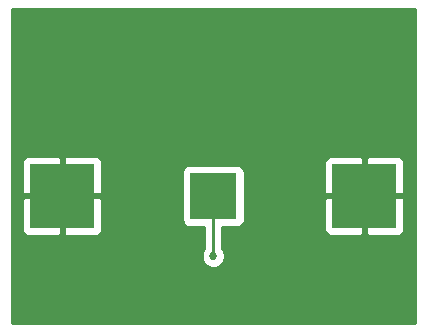
<source format=gbl>
G04 #@! TF.FileFunction,Copper,L2,Bot,Signal*
%FSLAX46Y46*%
G04 Gerber Fmt 4.6, Leading zero omitted, Abs format (unit mm)*
G04 Created by KiCad (PCBNEW 4.0.2-stable) date Sunday, June 19, 2016 'PMt' 09:02:22 PM*
%MOMM*%
G01*
G04 APERTURE LIST*
%ADD10C,0.100000*%
%ADD11R,4.000000X4.000000*%
%ADD12R,5.500000X5.500000*%
%ADD13C,0.685800*%
%ADD14C,0.254000*%
G04 APERTURE END LIST*
D10*
D11*
X139700000Y-102870000D03*
D12*
X126900000Y-102870000D03*
X152500000Y-102870000D03*
D13*
X139700000Y-107950000D03*
X133350000Y-102870000D03*
X142240000Y-92710000D03*
D14*
X139700000Y-102870000D02*
X139700000Y-107950000D01*
G36*
X156770000Y-113590000D02*
X122630000Y-113590000D01*
X122630000Y-103155750D01*
X123515000Y-103155750D01*
X123515000Y-105746310D01*
X123611673Y-105979699D01*
X123790302Y-106158327D01*
X124023691Y-106255000D01*
X126614250Y-106255000D01*
X126773000Y-106096250D01*
X126773000Y-102997000D01*
X127027000Y-102997000D01*
X127027000Y-106096250D01*
X127185750Y-106255000D01*
X129776309Y-106255000D01*
X130009698Y-106158327D01*
X130188327Y-105979699D01*
X130285000Y-105746310D01*
X130285000Y-103155750D01*
X130126250Y-102997000D01*
X127027000Y-102997000D01*
X126773000Y-102997000D01*
X123673750Y-102997000D01*
X123515000Y-103155750D01*
X122630000Y-103155750D01*
X122630000Y-99993690D01*
X123515000Y-99993690D01*
X123515000Y-102584250D01*
X123673750Y-102743000D01*
X126773000Y-102743000D01*
X126773000Y-99643750D01*
X127027000Y-99643750D01*
X127027000Y-102743000D01*
X130126250Y-102743000D01*
X130285000Y-102584250D01*
X130285000Y-100870000D01*
X137052560Y-100870000D01*
X137052560Y-104870000D01*
X137096838Y-105105317D01*
X137235910Y-105321441D01*
X137448110Y-105466431D01*
X137700000Y-105517440D01*
X138938000Y-105517440D01*
X138938000Y-107328917D01*
X138871460Y-107395341D01*
X138722270Y-107754630D01*
X138721931Y-108143663D01*
X138870493Y-108503212D01*
X139145341Y-108778540D01*
X139504630Y-108927730D01*
X139893663Y-108928069D01*
X140253212Y-108779507D01*
X140528540Y-108504659D01*
X140677730Y-108145370D01*
X140678069Y-107756337D01*
X140529507Y-107396788D01*
X140462000Y-107329163D01*
X140462000Y-105517440D01*
X141700000Y-105517440D01*
X141935317Y-105473162D01*
X142151441Y-105334090D01*
X142296431Y-105121890D01*
X142347440Y-104870000D01*
X142347440Y-103155750D01*
X149115000Y-103155750D01*
X149115000Y-105746310D01*
X149211673Y-105979699D01*
X149390302Y-106158327D01*
X149623691Y-106255000D01*
X152214250Y-106255000D01*
X152373000Y-106096250D01*
X152373000Y-102997000D01*
X152627000Y-102997000D01*
X152627000Y-106096250D01*
X152785750Y-106255000D01*
X155376309Y-106255000D01*
X155609698Y-106158327D01*
X155788327Y-105979699D01*
X155885000Y-105746310D01*
X155885000Y-103155750D01*
X155726250Y-102997000D01*
X152627000Y-102997000D01*
X152373000Y-102997000D01*
X149273750Y-102997000D01*
X149115000Y-103155750D01*
X142347440Y-103155750D01*
X142347440Y-100870000D01*
X142303162Y-100634683D01*
X142164090Y-100418559D01*
X141951890Y-100273569D01*
X141700000Y-100222560D01*
X137700000Y-100222560D01*
X137464683Y-100266838D01*
X137248559Y-100405910D01*
X137103569Y-100618110D01*
X137052560Y-100870000D01*
X130285000Y-100870000D01*
X130285000Y-99993690D01*
X149115000Y-99993690D01*
X149115000Y-102584250D01*
X149273750Y-102743000D01*
X152373000Y-102743000D01*
X152373000Y-99643750D01*
X152627000Y-99643750D01*
X152627000Y-102743000D01*
X155726250Y-102743000D01*
X155885000Y-102584250D01*
X155885000Y-99993690D01*
X155788327Y-99760301D01*
X155609698Y-99581673D01*
X155376309Y-99485000D01*
X152785750Y-99485000D01*
X152627000Y-99643750D01*
X152373000Y-99643750D01*
X152214250Y-99485000D01*
X149623691Y-99485000D01*
X149390302Y-99581673D01*
X149211673Y-99760301D01*
X149115000Y-99993690D01*
X130285000Y-99993690D01*
X130188327Y-99760301D01*
X130009698Y-99581673D01*
X129776309Y-99485000D01*
X127185750Y-99485000D01*
X127027000Y-99643750D01*
X126773000Y-99643750D01*
X126614250Y-99485000D01*
X124023691Y-99485000D01*
X123790302Y-99581673D01*
X123611673Y-99760301D01*
X123515000Y-99993690D01*
X122630000Y-99993690D01*
X122630000Y-87070000D01*
X156770000Y-87070000D01*
X156770000Y-113590000D01*
X156770000Y-113590000D01*
G37*
X156770000Y-113590000D02*
X122630000Y-113590000D01*
X122630000Y-103155750D01*
X123515000Y-103155750D01*
X123515000Y-105746310D01*
X123611673Y-105979699D01*
X123790302Y-106158327D01*
X124023691Y-106255000D01*
X126614250Y-106255000D01*
X126773000Y-106096250D01*
X126773000Y-102997000D01*
X127027000Y-102997000D01*
X127027000Y-106096250D01*
X127185750Y-106255000D01*
X129776309Y-106255000D01*
X130009698Y-106158327D01*
X130188327Y-105979699D01*
X130285000Y-105746310D01*
X130285000Y-103155750D01*
X130126250Y-102997000D01*
X127027000Y-102997000D01*
X126773000Y-102997000D01*
X123673750Y-102997000D01*
X123515000Y-103155750D01*
X122630000Y-103155750D01*
X122630000Y-99993690D01*
X123515000Y-99993690D01*
X123515000Y-102584250D01*
X123673750Y-102743000D01*
X126773000Y-102743000D01*
X126773000Y-99643750D01*
X127027000Y-99643750D01*
X127027000Y-102743000D01*
X130126250Y-102743000D01*
X130285000Y-102584250D01*
X130285000Y-100870000D01*
X137052560Y-100870000D01*
X137052560Y-104870000D01*
X137096838Y-105105317D01*
X137235910Y-105321441D01*
X137448110Y-105466431D01*
X137700000Y-105517440D01*
X138938000Y-105517440D01*
X138938000Y-107328917D01*
X138871460Y-107395341D01*
X138722270Y-107754630D01*
X138721931Y-108143663D01*
X138870493Y-108503212D01*
X139145341Y-108778540D01*
X139504630Y-108927730D01*
X139893663Y-108928069D01*
X140253212Y-108779507D01*
X140528540Y-108504659D01*
X140677730Y-108145370D01*
X140678069Y-107756337D01*
X140529507Y-107396788D01*
X140462000Y-107329163D01*
X140462000Y-105517440D01*
X141700000Y-105517440D01*
X141935317Y-105473162D01*
X142151441Y-105334090D01*
X142296431Y-105121890D01*
X142347440Y-104870000D01*
X142347440Y-103155750D01*
X149115000Y-103155750D01*
X149115000Y-105746310D01*
X149211673Y-105979699D01*
X149390302Y-106158327D01*
X149623691Y-106255000D01*
X152214250Y-106255000D01*
X152373000Y-106096250D01*
X152373000Y-102997000D01*
X152627000Y-102997000D01*
X152627000Y-106096250D01*
X152785750Y-106255000D01*
X155376309Y-106255000D01*
X155609698Y-106158327D01*
X155788327Y-105979699D01*
X155885000Y-105746310D01*
X155885000Y-103155750D01*
X155726250Y-102997000D01*
X152627000Y-102997000D01*
X152373000Y-102997000D01*
X149273750Y-102997000D01*
X149115000Y-103155750D01*
X142347440Y-103155750D01*
X142347440Y-100870000D01*
X142303162Y-100634683D01*
X142164090Y-100418559D01*
X141951890Y-100273569D01*
X141700000Y-100222560D01*
X137700000Y-100222560D01*
X137464683Y-100266838D01*
X137248559Y-100405910D01*
X137103569Y-100618110D01*
X137052560Y-100870000D01*
X130285000Y-100870000D01*
X130285000Y-99993690D01*
X149115000Y-99993690D01*
X149115000Y-102584250D01*
X149273750Y-102743000D01*
X152373000Y-102743000D01*
X152373000Y-99643750D01*
X152627000Y-99643750D01*
X152627000Y-102743000D01*
X155726250Y-102743000D01*
X155885000Y-102584250D01*
X155885000Y-99993690D01*
X155788327Y-99760301D01*
X155609698Y-99581673D01*
X155376309Y-99485000D01*
X152785750Y-99485000D01*
X152627000Y-99643750D01*
X152373000Y-99643750D01*
X152214250Y-99485000D01*
X149623691Y-99485000D01*
X149390302Y-99581673D01*
X149211673Y-99760301D01*
X149115000Y-99993690D01*
X130285000Y-99993690D01*
X130188327Y-99760301D01*
X130009698Y-99581673D01*
X129776309Y-99485000D01*
X127185750Y-99485000D01*
X127027000Y-99643750D01*
X126773000Y-99643750D01*
X126614250Y-99485000D01*
X124023691Y-99485000D01*
X123790302Y-99581673D01*
X123611673Y-99760301D01*
X123515000Y-99993690D01*
X122630000Y-99993690D01*
X122630000Y-87070000D01*
X156770000Y-87070000D01*
X156770000Y-113590000D01*
M02*

</source>
